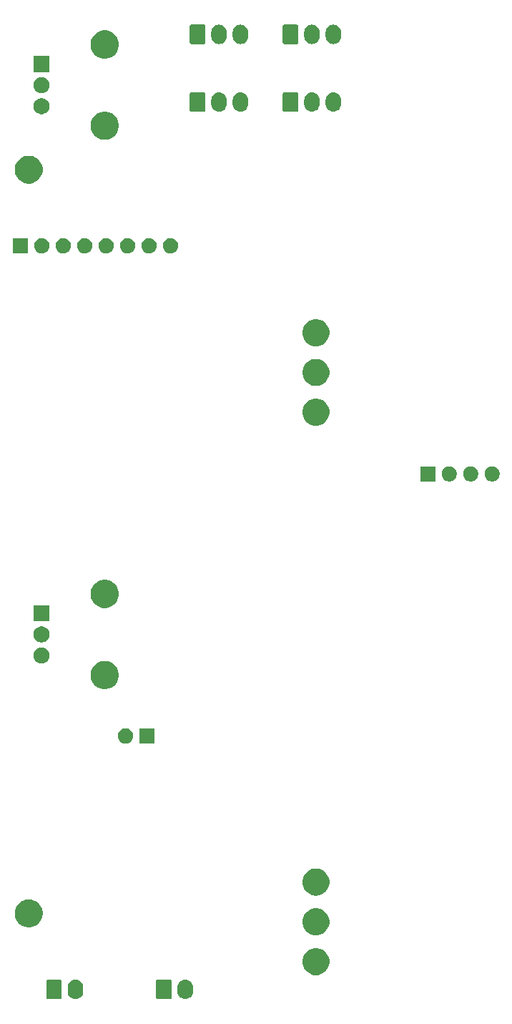
<source format=gbr>
G04 #@! TF.GenerationSoftware,KiCad,Pcbnew,5.1.5-52549c5~84~ubuntu18.04.1*
G04 #@! TF.CreationDate,2020-05-30T11:36:29-04:00*
G04 #@! TF.ProjectId,daughterboard,64617567-6874-4657-9262-6f6172642e6b,rev?*
G04 #@! TF.SameCoordinates,Original*
G04 #@! TF.FileFunction,Soldermask,Bot*
G04 #@! TF.FilePolarity,Negative*
%FSLAX46Y46*%
G04 Gerber Fmt 4.6, Leading zero omitted, Abs format (unit mm)*
G04 Created by KiCad (PCBNEW 5.1.5-52549c5~84~ubuntu18.04.1) date 2020-05-30 11:36:29*
%MOMM*%
%LPD*%
G04 APERTURE LIST*
%ADD10C,0.100000*%
G04 APERTURE END LIST*
D10*
G36*
X148720547Y-145862326D02*
G01*
X148894156Y-145914990D01*
X148894158Y-145914991D01*
X149054155Y-146000511D01*
X149194397Y-146115603D01*
X149273729Y-146212271D01*
X149309489Y-146255844D01*
X149395010Y-146415843D01*
X149447674Y-146589452D01*
X149461000Y-146724756D01*
X149461000Y-147275243D01*
X149447674Y-147410548D01*
X149395010Y-147584157D01*
X149309489Y-147744156D01*
X149273729Y-147787729D01*
X149194397Y-147884397D01*
X149097729Y-147963729D01*
X149054156Y-147999489D01*
X148894157Y-148085010D01*
X148720548Y-148137674D01*
X148540000Y-148155456D01*
X148359453Y-148137674D01*
X148185844Y-148085010D01*
X148025845Y-147999489D01*
X147982272Y-147963729D01*
X147885604Y-147884397D01*
X147770513Y-147744157D01*
X147770512Y-147744155D01*
X147684990Y-147584157D01*
X147632326Y-147410548D01*
X147619000Y-147275244D01*
X147619000Y-146724757D01*
X147632326Y-146589453D01*
X147684990Y-146415844D01*
X147770511Y-146255845D01*
X147770512Y-146255844D01*
X147885603Y-146115603D01*
X148011388Y-146012375D01*
X148025844Y-146000511D01*
X148185843Y-145914990D01*
X148359452Y-145862326D01*
X148540000Y-145844544D01*
X148720547Y-145862326D01*
G37*
G36*
X161720547Y-145862326D02*
G01*
X161894156Y-145914990D01*
X161894158Y-145914991D01*
X162054155Y-146000511D01*
X162194397Y-146115603D01*
X162273729Y-146212271D01*
X162309489Y-146255844D01*
X162395010Y-146415843D01*
X162447674Y-146589452D01*
X162461000Y-146724756D01*
X162461000Y-147275243D01*
X162447674Y-147410548D01*
X162395010Y-147584157D01*
X162309489Y-147744156D01*
X162273729Y-147787729D01*
X162194397Y-147884397D01*
X162097729Y-147963729D01*
X162054156Y-147999489D01*
X161894157Y-148085010D01*
X161720548Y-148137674D01*
X161540000Y-148155456D01*
X161359453Y-148137674D01*
X161185844Y-148085010D01*
X161025845Y-147999489D01*
X160982272Y-147963729D01*
X160885604Y-147884397D01*
X160770513Y-147744157D01*
X160770512Y-147744155D01*
X160684990Y-147584157D01*
X160632326Y-147410548D01*
X160619000Y-147275244D01*
X160619000Y-146724757D01*
X160632326Y-146589453D01*
X160684990Y-146415844D01*
X160770511Y-146255845D01*
X160770512Y-146255844D01*
X160885603Y-146115603D01*
X161011388Y-146012375D01*
X161025844Y-146000511D01*
X161185843Y-145914990D01*
X161359452Y-145862326D01*
X161540000Y-145844544D01*
X161720547Y-145862326D01*
G37*
G36*
X159779561Y-145852966D02*
G01*
X159812383Y-145862923D01*
X159842632Y-145879092D01*
X159869148Y-145900852D01*
X159890908Y-145927368D01*
X159907077Y-145957617D01*
X159917034Y-145990439D01*
X159921000Y-146030713D01*
X159921000Y-147969287D01*
X159917034Y-148009561D01*
X159907077Y-148042383D01*
X159890908Y-148072632D01*
X159869148Y-148099148D01*
X159842632Y-148120908D01*
X159812383Y-148137077D01*
X159779561Y-148147034D01*
X159739287Y-148151000D01*
X158260713Y-148151000D01*
X158220439Y-148147034D01*
X158187617Y-148137077D01*
X158157368Y-148120908D01*
X158130852Y-148099148D01*
X158109092Y-148072632D01*
X158092923Y-148042383D01*
X158082966Y-148009561D01*
X158079000Y-147969287D01*
X158079000Y-146030713D01*
X158082966Y-145990439D01*
X158092923Y-145957617D01*
X158109092Y-145927368D01*
X158130852Y-145900852D01*
X158157368Y-145879092D01*
X158187617Y-145862923D01*
X158220439Y-145852966D01*
X158260713Y-145849000D01*
X159739287Y-145849000D01*
X159779561Y-145852966D01*
G37*
G36*
X146779561Y-145852966D02*
G01*
X146812383Y-145862923D01*
X146842632Y-145879092D01*
X146869148Y-145900852D01*
X146890908Y-145927368D01*
X146907077Y-145957617D01*
X146917034Y-145990439D01*
X146921000Y-146030713D01*
X146921000Y-147969287D01*
X146917034Y-148009561D01*
X146907077Y-148042383D01*
X146890908Y-148072632D01*
X146869148Y-148099148D01*
X146842632Y-148120908D01*
X146812383Y-148137077D01*
X146779561Y-148147034D01*
X146739287Y-148151000D01*
X145260713Y-148151000D01*
X145220439Y-148147034D01*
X145187617Y-148137077D01*
X145157368Y-148120908D01*
X145130852Y-148099148D01*
X145109092Y-148072632D01*
X145092923Y-148042383D01*
X145082966Y-148009561D01*
X145079000Y-147969287D01*
X145079000Y-146030713D01*
X145082966Y-145990439D01*
X145092923Y-145957617D01*
X145109092Y-145927368D01*
X145130852Y-145900852D01*
X145157368Y-145879092D01*
X145187617Y-145862923D01*
X145220439Y-145852966D01*
X145260713Y-145849000D01*
X146739287Y-145849000D01*
X146779561Y-145852966D01*
G37*
G36*
X177196217Y-142106665D02*
G01*
X177466995Y-142160525D01*
X177758358Y-142281212D01*
X178020578Y-142456422D01*
X178243578Y-142679422D01*
X178418788Y-142941642D01*
X178539475Y-143233005D01*
X178601000Y-143542315D01*
X178601000Y-143857685D01*
X178539475Y-144166995D01*
X178418788Y-144458358D01*
X178243578Y-144720578D01*
X178020578Y-144943578D01*
X177758358Y-145118788D01*
X177466995Y-145239475D01*
X177196217Y-145293335D01*
X177157686Y-145301000D01*
X176842314Y-145301000D01*
X176803783Y-145293335D01*
X176533005Y-145239475D01*
X176241642Y-145118788D01*
X175979422Y-144943578D01*
X175756422Y-144720578D01*
X175581212Y-144458358D01*
X175460525Y-144166995D01*
X175399000Y-143857685D01*
X175399000Y-143542315D01*
X175460525Y-143233005D01*
X175581212Y-142941642D01*
X175756422Y-142679422D01*
X175979422Y-142456422D01*
X176241642Y-142281212D01*
X176533005Y-142160525D01*
X176803783Y-142106665D01*
X176842314Y-142099000D01*
X177157686Y-142099000D01*
X177196217Y-142106665D01*
G37*
G36*
X177196217Y-137406665D02*
G01*
X177466995Y-137460525D01*
X177758358Y-137581212D01*
X178020578Y-137756422D01*
X178243578Y-137979422D01*
X178418788Y-138241642D01*
X178539475Y-138533005D01*
X178601000Y-138842315D01*
X178601000Y-139157685D01*
X178539475Y-139466995D01*
X178418788Y-139758358D01*
X178243578Y-140020578D01*
X178020578Y-140243578D01*
X177758358Y-140418788D01*
X177466995Y-140539475D01*
X177196217Y-140593335D01*
X177157686Y-140601000D01*
X176842314Y-140601000D01*
X176803783Y-140593335D01*
X176533005Y-140539475D01*
X176241642Y-140418788D01*
X175979422Y-140243578D01*
X175756422Y-140020578D01*
X175581212Y-139758358D01*
X175460525Y-139466995D01*
X175399000Y-139157685D01*
X175399000Y-138842315D01*
X175460525Y-138533005D01*
X175581212Y-138241642D01*
X175756422Y-137979422D01*
X175979422Y-137756422D01*
X176241642Y-137581212D01*
X176533005Y-137460525D01*
X176803783Y-137406665D01*
X176842314Y-137399000D01*
X177157686Y-137399000D01*
X177196217Y-137406665D01*
G37*
G36*
X143375256Y-136391298D02*
G01*
X143481579Y-136412447D01*
X143782042Y-136536903D01*
X144052451Y-136717585D01*
X144282415Y-136947549D01*
X144463097Y-137217958D01*
X144563572Y-137460525D01*
X144587553Y-137518422D01*
X144651000Y-137837389D01*
X144651000Y-138162611D01*
X144635279Y-138241643D01*
X144587553Y-138481579D01*
X144463097Y-138782042D01*
X144282415Y-139052451D01*
X144052451Y-139282415D01*
X143782042Y-139463097D01*
X143782041Y-139463098D01*
X143782040Y-139463098D01*
X143694037Y-139499550D01*
X143481579Y-139587553D01*
X143375256Y-139608702D01*
X143162611Y-139651000D01*
X142837389Y-139651000D01*
X142624744Y-139608702D01*
X142518421Y-139587553D01*
X142305963Y-139499550D01*
X142217960Y-139463098D01*
X142217959Y-139463098D01*
X142217958Y-139463097D01*
X141947549Y-139282415D01*
X141717585Y-139052451D01*
X141536903Y-138782042D01*
X141412447Y-138481579D01*
X141364721Y-138241643D01*
X141349000Y-138162611D01*
X141349000Y-137837389D01*
X141412447Y-137518422D01*
X141436429Y-137460525D01*
X141536903Y-137217958D01*
X141717585Y-136947549D01*
X141947549Y-136717585D01*
X142217958Y-136536903D01*
X142518421Y-136412447D01*
X142624744Y-136391298D01*
X142837389Y-136349000D01*
X143162611Y-136349000D01*
X143375256Y-136391298D01*
G37*
G36*
X177196217Y-132706665D02*
G01*
X177466995Y-132760525D01*
X177758358Y-132881212D01*
X178020578Y-133056422D01*
X178243578Y-133279422D01*
X178418788Y-133541642D01*
X178539475Y-133833005D01*
X178601000Y-134142315D01*
X178601000Y-134457685D01*
X178539475Y-134766995D01*
X178418788Y-135058358D01*
X178243578Y-135320578D01*
X178020578Y-135543578D01*
X177758358Y-135718788D01*
X177466995Y-135839475D01*
X177196217Y-135893335D01*
X177157686Y-135901000D01*
X176842314Y-135901000D01*
X176803783Y-135893335D01*
X176533005Y-135839475D01*
X176241642Y-135718788D01*
X175979422Y-135543578D01*
X175756422Y-135320578D01*
X175581212Y-135058358D01*
X175460525Y-134766995D01*
X175399000Y-134457685D01*
X175399000Y-134142315D01*
X175460525Y-133833005D01*
X175581212Y-133541642D01*
X175756422Y-133279422D01*
X175979422Y-133056422D01*
X176241642Y-132881212D01*
X176533005Y-132760525D01*
X176803783Y-132706665D01*
X176842314Y-132699000D01*
X177157686Y-132699000D01*
X177196217Y-132706665D01*
G37*
G36*
X157901000Y-117901000D02*
G01*
X156099000Y-117901000D01*
X156099000Y-116099000D01*
X157901000Y-116099000D01*
X157901000Y-117901000D01*
G37*
G36*
X154573512Y-116103927D02*
G01*
X154722812Y-116133624D01*
X154886784Y-116201544D01*
X155034354Y-116300147D01*
X155159853Y-116425646D01*
X155258456Y-116573216D01*
X155326376Y-116737188D01*
X155361000Y-116911259D01*
X155361000Y-117088741D01*
X155326376Y-117262812D01*
X155258456Y-117426784D01*
X155159853Y-117574354D01*
X155034354Y-117699853D01*
X154886784Y-117798456D01*
X154722812Y-117866376D01*
X154573512Y-117896073D01*
X154548742Y-117901000D01*
X154371258Y-117901000D01*
X154346488Y-117896073D01*
X154197188Y-117866376D01*
X154033216Y-117798456D01*
X153885646Y-117699853D01*
X153760147Y-117574354D01*
X153661544Y-117426784D01*
X153593624Y-117262812D01*
X153559000Y-117088741D01*
X153559000Y-116911259D01*
X153593624Y-116737188D01*
X153661544Y-116573216D01*
X153760147Y-116425646D01*
X153885646Y-116300147D01*
X154033216Y-116201544D01*
X154197188Y-116133624D01*
X154346488Y-116103927D01*
X154371258Y-116099000D01*
X154548742Y-116099000D01*
X154573512Y-116103927D01*
G37*
G36*
X152487412Y-108193215D02*
G01*
X152791514Y-108319178D01*
X153065199Y-108502049D01*
X153297951Y-108734801D01*
X153480822Y-109008486D01*
X153606785Y-109312588D01*
X153671000Y-109635420D01*
X153671000Y-109964580D01*
X153606785Y-110287412D01*
X153480822Y-110591514D01*
X153297951Y-110865199D01*
X153065199Y-111097951D01*
X152791514Y-111280822D01*
X152487412Y-111406785D01*
X152164580Y-111471000D01*
X151835420Y-111471000D01*
X151512588Y-111406785D01*
X151208486Y-111280822D01*
X150934801Y-111097951D01*
X150702049Y-110865199D01*
X150519178Y-110591514D01*
X150393215Y-110287412D01*
X150329000Y-109964580D01*
X150329000Y-109635420D01*
X150393215Y-109312588D01*
X150519178Y-109008486D01*
X150702049Y-108734801D01*
X150934801Y-108502049D01*
X151208486Y-108319178D01*
X151512588Y-108193215D01*
X151835420Y-108129000D01*
X152164580Y-108129000D01*
X152487412Y-108193215D01*
G37*
G36*
X144777395Y-106585546D02*
G01*
X144950466Y-106657234D01*
X144950467Y-106657235D01*
X145106227Y-106761310D01*
X145238690Y-106893773D01*
X145238691Y-106893775D01*
X145342766Y-107049534D01*
X145414454Y-107222605D01*
X145451000Y-107406333D01*
X145451000Y-107593667D01*
X145414454Y-107777395D01*
X145342766Y-107950466D01*
X145342765Y-107950467D01*
X145238690Y-108106227D01*
X145106227Y-108238690D01*
X145027818Y-108291081D01*
X144950466Y-108342766D01*
X144777395Y-108414454D01*
X144593667Y-108451000D01*
X144406333Y-108451000D01*
X144222605Y-108414454D01*
X144049534Y-108342766D01*
X143972182Y-108291081D01*
X143893773Y-108238690D01*
X143761310Y-108106227D01*
X143657235Y-107950467D01*
X143657234Y-107950466D01*
X143585546Y-107777395D01*
X143549000Y-107593667D01*
X143549000Y-107406333D01*
X143585546Y-107222605D01*
X143657234Y-107049534D01*
X143761309Y-106893775D01*
X143761310Y-106893773D01*
X143893773Y-106761310D01*
X144049533Y-106657235D01*
X144049534Y-106657234D01*
X144222605Y-106585546D01*
X144406333Y-106549000D01*
X144593667Y-106549000D01*
X144777395Y-106585546D01*
G37*
G36*
X144777395Y-104085546D02*
G01*
X144950466Y-104157234D01*
X144950467Y-104157235D01*
X145106227Y-104261310D01*
X145238690Y-104393773D01*
X145238691Y-104393775D01*
X145342766Y-104549534D01*
X145414454Y-104722605D01*
X145451000Y-104906333D01*
X145451000Y-105093667D01*
X145414454Y-105277395D01*
X145342766Y-105450466D01*
X145342765Y-105450467D01*
X145238690Y-105606227D01*
X145106227Y-105738690D01*
X145027818Y-105791081D01*
X144950466Y-105842766D01*
X144777395Y-105914454D01*
X144593667Y-105951000D01*
X144406333Y-105951000D01*
X144222605Y-105914454D01*
X144049534Y-105842766D01*
X143972182Y-105791081D01*
X143893773Y-105738690D01*
X143761310Y-105606227D01*
X143657235Y-105450467D01*
X143657234Y-105450466D01*
X143585546Y-105277395D01*
X143549000Y-105093667D01*
X143549000Y-104906333D01*
X143585546Y-104722605D01*
X143657234Y-104549534D01*
X143761309Y-104393775D01*
X143761310Y-104393773D01*
X143893773Y-104261310D01*
X144049533Y-104157235D01*
X144049534Y-104157234D01*
X144222605Y-104085546D01*
X144406333Y-104049000D01*
X144593667Y-104049000D01*
X144777395Y-104085546D01*
G37*
G36*
X145451000Y-103451000D02*
G01*
X143549000Y-103451000D01*
X143549000Y-101549000D01*
X145451000Y-101549000D01*
X145451000Y-103451000D01*
G37*
G36*
X152487412Y-98593215D02*
G01*
X152791514Y-98719178D01*
X153065199Y-98902049D01*
X153297951Y-99134801D01*
X153480822Y-99408486D01*
X153606785Y-99712588D01*
X153671000Y-100035420D01*
X153671000Y-100364580D01*
X153606785Y-100687412D01*
X153480822Y-100991514D01*
X153297951Y-101265199D01*
X153065199Y-101497951D01*
X152791514Y-101680822D01*
X152487412Y-101806785D01*
X152164580Y-101871000D01*
X151835420Y-101871000D01*
X151512588Y-101806785D01*
X151208486Y-101680822D01*
X150934801Y-101497951D01*
X150702049Y-101265199D01*
X150519178Y-100991514D01*
X150393215Y-100687412D01*
X150329000Y-100364580D01*
X150329000Y-100035420D01*
X150393215Y-99712588D01*
X150519178Y-99408486D01*
X150702049Y-99134801D01*
X150934801Y-98902049D01*
X151208486Y-98719178D01*
X151512588Y-98593215D01*
X151835420Y-98529000D01*
X152164580Y-98529000D01*
X152487412Y-98593215D01*
G37*
G36*
X191151000Y-86901000D02*
G01*
X189349000Y-86901000D01*
X189349000Y-85099000D01*
X191151000Y-85099000D01*
X191151000Y-86901000D01*
G37*
G36*
X197983512Y-85103927D02*
G01*
X198132812Y-85133624D01*
X198296784Y-85201544D01*
X198444354Y-85300147D01*
X198569853Y-85425646D01*
X198668456Y-85573216D01*
X198736376Y-85737188D01*
X198771000Y-85911259D01*
X198771000Y-86088741D01*
X198736376Y-86262812D01*
X198668456Y-86426784D01*
X198569853Y-86574354D01*
X198444354Y-86699853D01*
X198296784Y-86798456D01*
X198132812Y-86866376D01*
X197983512Y-86896073D01*
X197958742Y-86901000D01*
X197781258Y-86901000D01*
X197756488Y-86896073D01*
X197607188Y-86866376D01*
X197443216Y-86798456D01*
X197295646Y-86699853D01*
X197170147Y-86574354D01*
X197071544Y-86426784D01*
X197003624Y-86262812D01*
X196969000Y-86088741D01*
X196969000Y-85911259D01*
X197003624Y-85737188D01*
X197071544Y-85573216D01*
X197170147Y-85425646D01*
X197295646Y-85300147D01*
X197443216Y-85201544D01*
X197607188Y-85133624D01*
X197756488Y-85103927D01*
X197781258Y-85099000D01*
X197958742Y-85099000D01*
X197983512Y-85103927D01*
G37*
G36*
X195443512Y-85103927D02*
G01*
X195592812Y-85133624D01*
X195756784Y-85201544D01*
X195904354Y-85300147D01*
X196029853Y-85425646D01*
X196128456Y-85573216D01*
X196196376Y-85737188D01*
X196231000Y-85911259D01*
X196231000Y-86088741D01*
X196196376Y-86262812D01*
X196128456Y-86426784D01*
X196029853Y-86574354D01*
X195904354Y-86699853D01*
X195756784Y-86798456D01*
X195592812Y-86866376D01*
X195443512Y-86896073D01*
X195418742Y-86901000D01*
X195241258Y-86901000D01*
X195216488Y-86896073D01*
X195067188Y-86866376D01*
X194903216Y-86798456D01*
X194755646Y-86699853D01*
X194630147Y-86574354D01*
X194531544Y-86426784D01*
X194463624Y-86262812D01*
X194429000Y-86088741D01*
X194429000Y-85911259D01*
X194463624Y-85737188D01*
X194531544Y-85573216D01*
X194630147Y-85425646D01*
X194755646Y-85300147D01*
X194903216Y-85201544D01*
X195067188Y-85133624D01*
X195216488Y-85103927D01*
X195241258Y-85099000D01*
X195418742Y-85099000D01*
X195443512Y-85103927D01*
G37*
G36*
X192903512Y-85103927D02*
G01*
X193052812Y-85133624D01*
X193216784Y-85201544D01*
X193364354Y-85300147D01*
X193489853Y-85425646D01*
X193588456Y-85573216D01*
X193656376Y-85737188D01*
X193691000Y-85911259D01*
X193691000Y-86088741D01*
X193656376Y-86262812D01*
X193588456Y-86426784D01*
X193489853Y-86574354D01*
X193364354Y-86699853D01*
X193216784Y-86798456D01*
X193052812Y-86866376D01*
X192903512Y-86896073D01*
X192878742Y-86901000D01*
X192701258Y-86901000D01*
X192676488Y-86896073D01*
X192527188Y-86866376D01*
X192363216Y-86798456D01*
X192215646Y-86699853D01*
X192090147Y-86574354D01*
X191991544Y-86426784D01*
X191923624Y-86262812D01*
X191889000Y-86088741D01*
X191889000Y-85911259D01*
X191923624Y-85737188D01*
X191991544Y-85573216D01*
X192090147Y-85425646D01*
X192215646Y-85300147D01*
X192363216Y-85201544D01*
X192527188Y-85133624D01*
X192676488Y-85103927D01*
X192701258Y-85099000D01*
X192878742Y-85099000D01*
X192903512Y-85103927D01*
G37*
G36*
X177196217Y-77106665D02*
G01*
X177466995Y-77160525D01*
X177758358Y-77281212D01*
X178020578Y-77456422D01*
X178243578Y-77679422D01*
X178418788Y-77941642D01*
X178539475Y-78233005D01*
X178601000Y-78542315D01*
X178601000Y-78857685D01*
X178539475Y-79166995D01*
X178418788Y-79458358D01*
X178243578Y-79720578D01*
X178020578Y-79943578D01*
X177758358Y-80118788D01*
X177466995Y-80239475D01*
X177196217Y-80293335D01*
X177157686Y-80301000D01*
X176842314Y-80301000D01*
X176803783Y-80293335D01*
X176533005Y-80239475D01*
X176241642Y-80118788D01*
X175979422Y-79943578D01*
X175756422Y-79720578D01*
X175581212Y-79458358D01*
X175460525Y-79166995D01*
X175399000Y-78857685D01*
X175399000Y-78542315D01*
X175460525Y-78233005D01*
X175581212Y-77941642D01*
X175756422Y-77679422D01*
X175979422Y-77456422D01*
X176241642Y-77281212D01*
X176533005Y-77160525D01*
X176803783Y-77106665D01*
X176842314Y-77099000D01*
X177157686Y-77099000D01*
X177196217Y-77106665D01*
G37*
G36*
X177196217Y-72406665D02*
G01*
X177466995Y-72460525D01*
X177758358Y-72581212D01*
X178020578Y-72756422D01*
X178243578Y-72979422D01*
X178418788Y-73241642D01*
X178539475Y-73533005D01*
X178601000Y-73842315D01*
X178601000Y-74157685D01*
X178539475Y-74466995D01*
X178418788Y-74758358D01*
X178243578Y-75020578D01*
X178020578Y-75243578D01*
X177758358Y-75418788D01*
X177466995Y-75539475D01*
X177196217Y-75593335D01*
X177157686Y-75601000D01*
X176842314Y-75601000D01*
X176803783Y-75593335D01*
X176533005Y-75539475D01*
X176241642Y-75418788D01*
X175979422Y-75243578D01*
X175756422Y-75020578D01*
X175581212Y-74758358D01*
X175460525Y-74466995D01*
X175399000Y-74157685D01*
X175399000Y-73842315D01*
X175460525Y-73533005D01*
X175581212Y-73241642D01*
X175756422Y-72979422D01*
X175979422Y-72756422D01*
X176241642Y-72581212D01*
X176533005Y-72460525D01*
X176803783Y-72406665D01*
X176842314Y-72399000D01*
X177157686Y-72399000D01*
X177196217Y-72406665D01*
G37*
G36*
X177196217Y-67706665D02*
G01*
X177466995Y-67760525D01*
X177758358Y-67881212D01*
X178020578Y-68056422D01*
X178243578Y-68279422D01*
X178418788Y-68541642D01*
X178539475Y-68833005D01*
X178601000Y-69142315D01*
X178601000Y-69457685D01*
X178539475Y-69766995D01*
X178418788Y-70058358D01*
X178243578Y-70320578D01*
X178020578Y-70543578D01*
X177758358Y-70718788D01*
X177466995Y-70839475D01*
X177196217Y-70893335D01*
X177157686Y-70901000D01*
X176842314Y-70901000D01*
X176803783Y-70893335D01*
X176533005Y-70839475D01*
X176241642Y-70718788D01*
X175979422Y-70543578D01*
X175756422Y-70320578D01*
X175581212Y-70058358D01*
X175460525Y-69766995D01*
X175399000Y-69457685D01*
X175399000Y-69142315D01*
X175460525Y-68833005D01*
X175581212Y-68541642D01*
X175756422Y-68279422D01*
X175979422Y-68056422D01*
X176241642Y-67881212D01*
X176533005Y-67760525D01*
X176803783Y-67706665D01*
X176842314Y-67699000D01*
X177157686Y-67699000D01*
X177196217Y-67706665D01*
G37*
G36*
X149733512Y-58103927D02*
G01*
X149882812Y-58133624D01*
X150046784Y-58201544D01*
X150194354Y-58300147D01*
X150319853Y-58425646D01*
X150418456Y-58573216D01*
X150486376Y-58737188D01*
X150521000Y-58911259D01*
X150521000Y-59088741D01*
X150486376Y-59262812D01*
X150418456Y-59426784D01*
X150319853Y-59574354D01*
X150194354Y-59699853D01*
X150046784Y-59798456D01*
X149882812Y-59866376D01*
X149733512Y-59896073D01*
X149708742Y-59901000D01*
X149531258Y-59901000D01*
X149506488Y-59896073D01*
X149357188Y-59866376D01*
X149193216Y-59798456D01*
X149045646Y-59699853D01*
X148920147Y-59574354D01*
X148821544Y-59426784D01*
X148753624Y-59262812D01*
X148719000Y-59088741D01*
X148719000Y-58911259D01*
X148753624Y-58737188D01*
X148821544Y-58573216D01*
X148920147Y-58425646D01*
X149045646Y-58300147D01*
X149193216Y-58201544D01*
X149357188Y-58133624D01*
X149506488Y-58103927D01*
X149531258Y-58099000D01*
X149708742Y-58099000D01*
X149733512Y-58103927D01*
G37*
G36*
X152273512Y-58103927D02*
G01*
X152422812Y-58133624D01*
X152586784Y-58201544D01*
X152734354Y-58300147D01*
X152859853Y-58425646D01*
X152958456Y-58573216D01*
X153026376Y-58737188D01*
X153061000Y-58911259D01*
X153061000Y-59088741D01*
X153026376Y-59262812D01*
X152958456Y-59426784D01*
X152859853Y-59574354D01*
X152734354Y-59699853D01*
X152586784Y-59798456D01*
X152422812Y-59866376D01*
X152273512Y-59896073D01*
X152248742Y-59901000D01*
X152071258Y-59901000D01*
X152046488Y-59896073D01*
X151897188Y-59866376D01*
X151733216Y-59798456D01*
X151585646Y-59699853D01*
X151460147Y-59574354D01*
X151361544Y-59426784D01*
X151293624Y-59262812D01*
X151259000Y-59088741D01*
X151259000Y-58911259D01*
X151293624Y-58737188D01*
X151361544Y-58573216D01*
X151460147Y-58425646D01*
X151585646Y-58300147D01*
X151733216Y-58201544D01*
X151897188Y-58133624D01*
X152046488Y-58103927D01*
X152071258Y-58099000D01*
X152248742Y-58099000D01*
X152273512Y-58103927D01*
G37*
G36*
X147193512Y-58103927D02*
G01*
X147342812Y-58133624D01*
X147506784Y-58201544D01*
X147654354Y-58300147D01*
X147779853Y-58425646D01*
X147878456Y-58573216D01*
X147946376Y-58737188D01*
X147981000Y-58911259D01*
X147981000Y-59088741D01*
X147946376Y-59262812D01*
X147878456Y-59426784D01*
X147779853Y-59574354D01*
X147654354Y-59699853D01*
X147506784Y-59798456D01*
X147342812Y-59866376D01*
X147193512Y-59896073D01*
X147168742Y-59901000D01*
X146991258Y-59901000D01*
X146966488Y-59896073D01*
X146817188Y-59866376D01*
X146653216Y-59798456D01*
X146505646Y-59699853D01*
X146380147Y-59574354D01*
X146281544Y-59426784D01*
X146213624Y-59262812D01*
X146179000Y-59088741D01*
X146179000Y-58911259D01*
X146213624Y-58737188D01*
X146281544Y-58573216D01*
X146380147Y-58425646D01*
X146505646Y-58300147D01*
X146653216Y-58201544D01*
X146817188Y-58133624D01*
X146966488Y-58103927D01*
X146991258Y-58099000D01*
X147168742Y-58099000D01*
X147193512Y-58103927D01*
G37*
G36*
X154813512Y-58103927D02*
G01*
X154962812Y-58133624D01*
X155126784Y-58201544D01*
X155274354Y-58300147D01*
X155399853Y-58425646D01*
X155498456Y-58573216D01*
X155566376Y-58737188D01*
X155601000Y-58911259D01*
X155601000Y-59088741D01*
X155566376Y-59262812D01*
X155498456Y-59426784D01*
X155399853Y-59574354D01*
X155274354Y-59699853D01*
X155126784Y-59798456D01*
X154962812Y-59866376D01*
X154813512Y-59896073D01*
X154788742Y-59901000D01*
X154611258Y-59901000D01*
X154586488Y-59896073D01*
X154437188Y-59866376D01*
X154273216Y-59798456D01*
X154125646Y-59699853D01*
X154000147Y-59574354D01*
X153901544Y-59426784D01*
X153833624Y-59262812D01*
X153799000Y-59088741D01*
X153799000Y-58911259D01*
X153833624Y-58737188D01*
X153901544Y-58573216D01*
X154000147Y-58425646D01*
X154125646Y-58300147D01*
X154273216Y-58201544D01*
X154437188Y-58133624D01*
X154586488Y-58103927D01*
X154611258Y-58099000D01*
X154788742Y-58099000D01*
X154813512Y-58103927D01*
G37*
G36*
X159893512Y-58103927D02*
G01*
X160042812Y-58133624D01*
X160206784Y-58201544D01*
X160354354Y-58300147D01*
X160479853Y-58425646D01*
X160578456Y-58573216D01*
X160646376Y-58737188D01*
X160681000Y-58911259D01*
X160681000Y-59088741D01*
X160646376Y-59262812D01*
X160578456Y-59426784D01*
X160479853Y-59574354D01*
X160354354Y-59699853D01*
X160206784Y-59798456D01*
X160042812Y-59866376D01*
X159893512Y-59896073D01*
X159868742Y-59901000D01*
X159691258Y-59901000D01*
X159666488Y-59896073D01*
X159517188Y-59866376D01*
X159353216Y-59798456D01*
X159205646Y-59699853D01*
X159080147Y-59574354D01*
X158981544Y-59426784D01*
X158913624Y-59262812D01*
X158879000Y-59088741D01*
X158879000Y-58911259D01*
X158913624Y-58737188D01*
X158981544Y-58573216D01*
X159080147Y-58425646D01*
X159205646Y-58300147D01*
X159353216Y-58201544D01*
X159517188Y-58133624D01*
X159666488Y-58103927D01*
X159691258Y-58099000D01*
X159868742Y-58099000D01*
X159893512Y-58103927D01*
G37*
G36*
X142901000Y-59901000D02*
G01*
X141099000Y-59901000D01*
X141099000Y-58099000D01*
X142901000Y-58099000D01*
X142901000Y-59901000D01*
G37*
G36*
X144653512Y-58103927D02*
G01*
X144802812Y-58133624D01*
X144966784Y-58201544D01*
X145114354Y-58300147D01*
X145239853Y-58425646D01*
X145338456Y-58573216D01*
X145406376Y-58737188D01*
X145441000Y-58911259D01*
X145441000Y-59088741D01*
X145406376Y-59262812D01*
X145338456Y-59426784D01*
X145239853Y-59574354D01*
X145114354Y-59699853D01*
X144966784Y-59798456D01*
X144802812Y-59866376D01*
X144653512Y-59896073D01*
X144628742Y-59901000D01*
X144451258Y-59901000D01*
X144426488Y-59896073D01*
X144277188Y-59866376D01*
X144113216Y-59798456D01*
X143965646Y-59699853D01*
X143840147Y-59574354D01*
X143741544Y-59426784D01*
X143673624Y-59262812D01*
X143639000Y-59088741D01*
X143639000Y-58911259D01*
X143673624Y-58737188D01*
X143741544Y-58573216D01*
X143840147Y-58425646D01*
X143965646Y-58300147D01*
X144113216Y-58201544D01*
X144277188Y-58133624D01*
X144426488Y-58103927D01*
X144451258Y-58099000D01*
X144628742Y-58099000D01*
X144653512Y-58103927D01*
G37*
G36*
X157353512Y-58103927D02*
G01*
X157502812Y-58133624D01*
X157666784Y-58201544D01*
X157814354Y-58300147D01*
X157939853Y-58425646D01*
X158038456Y-58573216D01*
X158106376Y-58737188D01*
X158141000Y-58911259D01*
X158141000Y-59088741D01*
X158106376Y-59262812D01*
X158038456Y-59426784D01*
X157939853Y-59574354D01*
X157814354Y-59699853D01*
X157666784Y-59798456D01*
X157502812Y-59866376D01*
X157353512Y-59896073D01*
X157328742Y-59901000D01*
X157151258Y-59901000D01*
X157126488Y-59896073D01*
X156977188Y-59866376D01*
X156813216Y-59798456D01*
X156665646Y-59699853D01*
X156540147Y-59574354D01*
X156441544Y-59426784D01*
X156373624Y-59262812D01*
X156339000Y-59088741D01*
X156339000Y-58911259D01*
X156373624Y-58737188D01*
X156441544Y-58573216D01*
X156540147Y-58425646D01*
X156665646Y-58300147D01*
X156813216Y-58201544D01*
X156977188Y-58133624D01*
X157126488Y-58103927D01*
X157151258Y-58099000D01*
X157328742Y-58099000D01*
X157353512Y-58103927D01*
G37*
G36*
X143375256Y-48391298D02*
G01*
X143481579Y-48412447D01*
X143782042Y-48536903D01*
X144052451Y-48717585D01*
X144282415Y-48947549D01*
X144463097Y-49217958D01*
X144587553Y-49518421D01*
X144651000Y-49837391D01*
X144651000Y-50162609D01*
X144587553Y-50481579D01*
X144463097Y-50782042D01*
X144282415Y-51052451D01*
X144052451Y-51282415D01*
X143782042Y-51463097D01*
X143481579Y-51587553D01*
X143375256Y-51608702D01*
X143162611Y-51651000D01*
X142837389Y-51651000D01*
X142624744Y-51608702D01*
X142518421Y-51587553D01*
X142217958Y-51463097D01*
X141947549Y-51282415D01*
X141717585Y-51052451D01*
X141536903Y-50782042D01*
X141412447Y-50481579D01*
X141349000Y-50162609D01*
X141349000Y-49837391D01*
X141412447Y-49518421D01*
X141536903Y-49217958D01*
X141717585Y-48947549D01*
X141947549Y-48717585D01*
X142217958Y-48536903D01*
X142518421Y-48412447D01*
X142624744Y-48391298D01*
X142837389Y-48349000D01*
X143162611Y-48349000D01*
X143375256Y-48391298D01*
G37*
G36*
X152487412Y-43193215D02*
G01*
X152791514Y-43319178D01*
X153065199Y-43502049D01*
X153297951Y-43734801D01*
X153480822Y-44008486D01*
X153606785Y-44312588D01*
X153671000Y-44635420D01*
X153671000Y-44964580D01*
X153606785Y-45287412D01*
X153480822Y-45591514D01*
X153297951Y-45865199D01*
X153065199Y-46097951D01*
X152791514Y-46280822D01*
X152487412Y-46406785D01*
X152164580Y-46471000D01*
X151835420Y-46471000D01*
X151512588Y-46406785D01*
X151208486Y-46280822D01*
X150934801Y-46097951D01*
X150702049Y-45865199D01*
X150519178Y-45591514D01*
X150393215Y-45287412D01*
X150329000Y-44964580D01*
X150329000Y-44635420D01*
X150393215Y-44312588D01*
X150519178Y-44008486D01*
X150702049Y-43734801D01*
X150934801Y-43502049D01*
X151208486Y-43319178D01*
X151512588Y-43193215D01*
X151835420Y-43129000D01*
X152164580Y-43129000D01*
X152487412Y-43193215D01*
G37*
G36*
X144777395Y-41585546D02*
G01*
X144950466Y-41657234D01*
X144950467Y-41657235D01*
X145106227Y-41761310D01*
X145238690Y-41893773D01*
X145238691Y-41893775D01*
X145342766Y-42049534D01*
X145414454Y-42222605D01*
X145451000Y-42406333D01*
X145451000Y-42593667D01*
X145414454Y-42777395D01*
X145342766Y-42950466D01*
X145342765Y-42950467D01*
X145238690Y-43106227D01*
X145106227Y-43238690D01*
X145027818Y-43291081D01*
X144950466Y-43342766D01*
X144777395Y-43414454D01*
X144593667Y-43451000D01*
X144406333Y-43451000D01*
X144222605Y-43414454D01*
X144049534Y-43342766D01*
X143972182Y-43291081D01*
X143893773Y-43238690D01*
X143761310Y-43106227D01*
X143657235Y-42950467D01*
X143657234Y-42950466D01*
X143585546Y-42777395D01*
X143549000Y-42593667D01*
X143549000Y-42406333D01*
X143585546Y-42222605D01*
X143657234Y-42049534D01*
X143761309Y-41893775D01*
X143761310Y-41893773D01*
X143893773Y-41761310D01*
X144049533Y-41657235D01*
X144049534Y-41657234D01*
X144222605Y-41585546D01*
X144406333Y-41549000D01*
X144593667Y-41549000D01*
X144777395Y-41585546D01*
G37*
G36*
X165720547Y-40862326D02*
G01*
X165894156Y-40914990D01*
X165894158Y-40914991D01*
X166054155Y-41000511D01*
X166194397Y-41115603D01*
X166273729Y-41212271D01*
X166309489Y-41255844D01*
X166395010Y-41415843D01*
X166447674Y-41589452D01*
X166461000Y-41724756D01*
X166461000Y-42275243D01*
X166447674Y-42410548D01*
X166395010Y-42584157D01*
X166309489Y-42744156D01*
X166282210Y-42777395D01*
X166194397Y-42884397D01*
X166113889Y-42950467D01*
X166054156Y-42999489D01*
X165894157Y-43085010D01*
X165720548Y-43137674D01*
X165540000Y-43155456D01*
X165359453Y-43137674D01*
X165185844Y-43085010D01*
X165025845Y-42999489D01*
X164966112Y-42950467D01*
X164885604Y-42884397D01*
X164770513Y-42744157D01*
X164770512Y-42744155D01*
X164684990Y-42584157D01*
X164632326Y-42410548D01*
X164619000Y-42275244D01*
X164619000Y-41724757D01*
X164632326Y-41589453D01*
X164684990Y-41415844D01*
X164770511Y-41255845D01*
X164770512Y-41255844D01*
X164885603Y-41115603D01*
X165011388Y-41012375D01*
X165025844Y-41000511D01*
X165185843Y-40914990D01*
X165359452Y-40862326D01*
X165540000Y-40844544D01*
X165720547Y-40862326D01*
G37*
G36*
X168260547Y-40862326D02*
G01*
X168434156Y-40914990D01*
X168434158Y-40914991D01*
X168594155Y-41000511D01*
X168734397Y-41115603D01*
X168813729Y-41212271D01*
X168849489Y-41255844D01*
X168935010Y-41415843D01*
X168987674Y-41589452D01*
X169001000Y-41724756D01*
X169001000Y-42275243D01*
X168987674Y-42410548D01*
X168935010Y-42584157D01*
X168849489Y-42744156D01*
X168822210Y-42777395D01*
X168734397Y-42884397D01*
X168653889Y-42950467D01*
X168594156Y-42999489D01*
X168434157Y-43085010D01*
X168260548Y-43137674D01*
X168080000Y-43155456D01*
X167899453Y-43137674D01*
X167725844Y-43085010D01*
X167565845Y-42999489D01*
X167506112Y-42950467D01*
X167425604Y-42884397D01*
X167310513Y-42744157D01*
X167310512Y-42744155D01*
X167224990Y-42584157D01*
X167172326Y-42410548D01*
X167159000Y-42275244D01*
X167159000Y-41724757D01*
X167172326Y-41589453D01*
X167224990Y-41415844D01*
X167310511Y-41255845D01*
X167310512Y-41255844D01*
X167425603Y-41115603D01*
X167551388Y-41012375D01*
X167565844Y-41000511D01*
X167725843Y-40914990D01*
X167899452Y-40862326D01*
X168080000Y-40844544D01*
X168260547Y-40862326D01*
G37*
G36*
X176720547Y-40862326D02*
G01*
X176894156Y-40914990D01*
X176894158Y-40914991D01*
X177054155Y-41000511D01*
X177194397Y-41115603D01*
X177273729Y-41212271D01*
X177309489Y-41255844D01*
X177395010Y-41415843D01*
X177447674Y-41589452D01*
X177461000Y-41724756D01*
X177461000Y-42275243D01*
X177447674Y-42410548D01*
X177395010Y-42584157D01*
X177309489Y-42744156D01*
X177282210Y-42777395D01*
X177194397Y-42884397D01*
X177113889Y-42950467D01*
X177054156Y-42999489D01*
X176894157Y-43085010D01*
X176720548Y-43137674D01*
X176540000Y-43155456D01*
X176359453Y-43137674D01*
X176185844Y-43085010D01*
X176025845Y-42999489D01*
X175966112Y-42950467D01*
X175885604Y-42884397D01*
X175770513Y-42744157D01*
X175770512Y-42744155D01*
X175684990Y-42584157D01*
X175632326Y-42410548D01*
X175619000Y-42275244D01*
X175619000Y-41724757D01*
X175632326Y-41589453D01*
X175684990Y-41415844D01*
X175770511Y-41255845D01*
X175770512Y-41255844D01*
X175885603Y-41115603D01*
X176011388Y-41012375D01*
X176025844Y-41000511D01*
X176185843Y-40914990D01*
X176359452Y-40862326D01*
X176540000Y-40844544D01*
X176720547Y-40862326D01*
G37*
G36*
X179260547Y-40862326D02*
G01*
X179434156Y-40914990D01*
X179434158Y-40914991D01*
X179594155Y-41000511D01*
X179734397Y-41115603D01*
X179813729Y-41212271D01*
X179849489Y-41255844D01*
X179935010Y-41415843D01*
X179987674Y-41589452D01*
X180001000Y-41724756D01*
X180001000Y-42275243D01*
X179987674Y-42410548D01*
X179935010Y-42584157D01*
X179849489Y-42744156D01*
X179822210Y-42777395D01*
X179734397Y-42884397D01*
X179653889Y-42950467D01*
X179594156Y-42999489D01*
X179434157Y-43085010D01*
X179260548Y-43137674D01*
X179080000Y-43155456D01*
X178899453Y-43137674D01*
X178725844Y-43085010D01*
X178565845Y-42999489D01*
X178506112Y-42950467D01*
X178425604Y-42884397D01*
X178310513Y-42744157D01*
X178310512Y-42744155D01*
X178224990Y-42584157D01*
X178172326Y-42410548D01*
X178159000Y-42275244D01*
X178159000Y-41724757D01*
X178172326Y-41589453D01*
X178224990Y-41415844D01*
X178310511Y-41255845D01*
X178310512Y-41255844D01*
X178425603Y-41115603D01*
X178551388Y-41012375D01*
X178565844Y-41000511D01*
X178725843Y-40914990D01*
X178899452Y-40862326D01*
X179080000Y-40844544D01*
X179260547Y-40862326D01*
G37*
G36*
X174779561Y-40852966D02*
G01*
X174812383Y-40862923D01*
X174842632Y-40879092D01*
X174869148Y-40900852D01*
X174890908Y-40927368D01*
X174907077Y-40957617D01*
X174917034Y-40990439D01*
X174921000Y-41030713D01*
X174921000Y-42969287D01*
X174917034Y-43009561D01*
X174907077Y-43042383D01*
X174890908Y-43072632D01*
X174869148Y-43099148D01*
X174842632Y-43120908D01*
X174812383Y-43137077D01*
X174779561Y-43147034D01*
X174739287Y-43151000D01*
X173260713Y-43151000D01*
X173220439Y-43147034D01*
X173187617Y-43137077D01*
X173157368Y-43120908D01*
X173130852Y-43099148D01*
X173109092Y-43072632D01*
X173092923Y-43042383D01*
X173082966Y-43009561D01*
X173079000Y-42969287D01*
X173079000Y-41030713D01*
X173082966Y-40990439D01*
X173092923Y-40957617D01*
X173109092Y-40927368D01*
X173130852Y-40900852D01*
X173157368Y-40879092D01*
X173187617Y-40862923D01*
X173220439Y-40852966D01*
X173260713Y-40849000D01*
X174739287Y-40849000D01*
X174779561Y-40852966D01*
G37*
G36*
X163779561Y-40852966D02*
G01*
X163812383Y-40862923D01*
X163842632Y-40879092D01*
X163869148Y-40900852D01*
X163890908Y-40927368D01*
X163907077Y-40957617D01*
X163917034Y-40990439D01*
X163921000Y-41030713D01*
X163921000Y-42969287D01*
X163917034Y-43009561D01*
X163907077Y-43042383D01*
X163890908Y-43072632D01*
X163869148Y-43099148D01*
X163842632Y-43120908D01*
X163812383Y-43137077D01*
X163779561Y-43147034D01*
X163739287Y-43151000D01*
X162260713Y-43151000D01*
X162220439Y-43147034D01*
X162187617Y-43137077D01*
X162157368Y-43120908D01*
X162130852Y-43099148D01*
X162109092Y-43072632D01*
X162092923Y-43042383D01*
X162082966Y-43009561D01*
X162079000Y-42969287D01*
X162079000Y-41030713D01*
X162082966Y-40990439D01*
X162092923Y-40957617D01*
X162109092Y-40927368D01*
X162130852Y-40900852D01*
X162157368Y-40879092D01*
X162187617Y-40862923D01*
X162220439Y-40852966D01*
X162260713Y-40849000D01*
X163739287Y-40849000D01*
X163779561Y-40852966D01*
G37*
G36*
X144777395Y-39085546D02*
G01*
X144950466Y-39157234D01*
X144950467Y-39157235D01*
X145106227Y-39261310D01*
X145238690Y-39393773D01*
X145238691Y-39393775D01*
X145342766Y-39549534D01*
X145414454Y-39722605D01*
X145451000Y-39906333D01*
X145451000Y-40093667D01*
X145414454Y-40277395D01*
X145342766Y-40450466D01*
X145342765Y-40450467D01*
X145238690Y-40606227D01*
X145106227Y-40738690D01*
X145027818Y-40791081D01*
X144950466Y-40842766D01*
X144777395Y-40914454D01*
X144593667Y-40951000D01*
X144406333Y-40951000D01*
X144222605Y-40914454D01*
X144049534Y-40842766D01*
X143972182Y-40791081D01*
X143893773Y-40738690D01*
X143761310Y-40606227D01*
X143657235Y-40450467D01*
X143657234Y-40450466D01*
X143585546Y-40277395D01*
X143549000Y-40093667D01*
X143549000Y-39906333D01*
X143585546Y-39722605D01*
X143657234Y-39549534D01*
X143761309Y-39393775D01*
X143761310Y-39393773D01*
X143893773Y-39261310D01*
X144049533Y-39157235D01*
X144049534Y-39157234D01*
X144222605Y-39085546D01*
X144406333Y-39049000D01*
X144593667Y-39049000D01*
X144777395Y-39085546D01*
G37*
G36*
X145451000Y-38451000D02*
G01*
X143549000Y-38451000D01*
X143549000Y-36549000D01*
X145451000Y-36549000D01*
X145451000Y-38451000D01*
G37*
G36*
X152487412Y-33593215D02*
G01*
X152791514Y-33719178D01*
X153065199Y-33902049D01*
X153297951Y-34134801D01*
X153480822Y-34408486D01*
X153606785Y-34712588D01*
X153671000Y-35035420D01*
X153671000Y-35364580D01*
X153606785Y-35687412D01*
X153480822Y-35991514D01*
X153297951Y-36265199D01*
X153065199Y-36497951D01*
X152791514Y-36680822D01*
X152487412Y-36806785D01*
X152164580Y-36871000D01*
X151835420Y-36871000D01*
X151512588Y-36806785D01*
X151208486Y-36680822D01*
X150934801Y-36497951D01*
X150702049Y-36265199D01*
X150519178Y-35991514D01*
X150393215Y-35687412D01*
X150329000Y-35364580D01*
X150329000Y-35035420D01*
X150393215Y-34712588D01*
X150519178Y-34408486D01*
X150702049Y-34134801D01*
X150934801Y-33902049D01*
X151208486Y-33719178D01*
X151512588Y-33593215D01*
X151835420Y-33529000D01*
X152164580Y-33529000D01*
X152487412Y-33593215D01*
G37*
G36*
X179260547Y-32862326D02*
G01*
X179434156Y-32914990D01*
X179434158Y-32914991D01*
X179594155Y-33000511D01*
X179734397Y-33115603D01*
X179813729Y-33212271D01*
X179849489Y-33255844D01*
X179935010Y-33415843D01*
X179987674Y-33589452D01*
X180001000Y-33724756D01*
X180001000Y-34275243D01*
X179987674Y-34410548D01*
X179935010Y-34584157D01*
X179849489Y-34744156D01*
X179813729Y-34787729D01*
X179734397Y-34884397D01*
X179637729Y-34963729D01*
X179594156Y-34999489D01*
X179434157Y-35085010D01*
X179260548Y-35137674D01*
X179080000Y-35155456D01*
X178899453Y-35137674D01*
X178725844Y-35085010D01*
X178565845Y-34999489D01*
X178522272Y-34963729D01*
X178425604Y-34884397D01*
X178310513Y-34744157D01*
X178310512Y-34744155D01*
X178224990Y-34584157D01*
X178172326Y-34410548D01*
X178159000Y-34275244D01*
X178159000Y-33724757D01*
X178172326Y-33589453D01*
X178224990Y-33415844D01*
X178310511Y-33255845D01*
X178310512Y-33255844D01*
X178425603Y-33115603D01*
X178551388Y-33012375D01*
X178565844Y-33000511D01*
X178725843Y-32914990D01*
X178899452Y-32862326D01*
X179080000Y-32844544D01*
X179260547Y-32862326D01*
G37*
G36*
X165720547Y-32862326D02*
G01*
X165894156Y-32914990D01*
X165894158Y-32914991D01*
X166054155Y-33000511D01*
X166194397Y-33115603D01*
X166273729Y-33212271D01*
X166309489Y-33255844D01*
X166395010Y-33415843D01*
X166447674Y-33589452D01*
X166461000Y-33724756D01*
X166461000Y-34275243D01*
X166447674Y-34410548D01*
X166395010Y-34584157D01*
X166309489Y-34744156D01*
X166273729Y-34787729D01*
X166194397Y-34884397D01*
X166097729Y-34963729D01*
X166054156Y-34999489D01*
X165894157Y-35085010D01*
X165720548Y-35137674D01*
X165540000Y-35155456D01*
X165359453Y-35137674D01*
X165185844Y-35085010D01*
X165025845Y-34999489D01*
X164982272Y-34963729D01*
X164885604Y-34884397D01*
X164770513Y-34744157D01*
X164770512Y-34744155D01*
X164684990Y-34584157D01*
X164632326Y-34410548D01*
X164619000Y-34275244D01*
X164619000Y-33724757D01*
X164632326Y-33589453D01*
X164684990Y-33415844D01*
X164770511Y-33255845D01*
X164770512Y-33255844D01*
X164885603Y-33115603D01*
X165011388Y-33012375D01*
X165025844Y-33000511D01*
X165185843Y-32914990D01*
X165359452Y-32862326D01*
X165540000Y-32844544D01*
X165720547Y-32862326D01*
G37*
G36*
X176720547Y-32862326D02*
G01*
X176894156Y-32914990D01*
X176894158Y-32914991D01*
X177054155Y-33000511D01*
X177194397Y-33115603D01*
X177273729Y-33212271D01*
X177309489Y-33255844D01*
X177395010Y-33415843D01*
X177447674Y-33589452D01*
X177461000Y-33724756D01*
X177461000Y-34275243D01*
X177447674Y-34410548D01*
X177395010Y-34584157D01*
X177309489Y-34744156D01*
X177273729Y-34787729D01*
X177194397Y-34884397D01*
X177097729Y-34963729D01*
X177054156Y-34999489D01*
X176894157Y-35085010D01*
X176720548Y-35137674D01*
X176540000Y-35155456D01*
X176359453Y-35137674D01*
X176185844Y-35085010D01*
X176025845Y-34999489D01*
X175982272Y-34963729D01*
X175885604Y-34884397D01*
X175770513Y-34744157D01*
X175770512Y-34744155D01*
X175684990Y-34584157D01*
X175632326Y-34410548D01*
X175619000Y-34275244D01*
X175619000Y-33724757D01*
X175632326Y-33589453D01*
X175684990Y-33415844D01*
X175770511Y-33255845D01*
X175770512Y-33255844D01*
X175885603Y-33115603D01*
X176011388Y-33012375D01*
X176025844Y-33000511D01*
X176185843Y-32914990D01*
X176359452Y-32862326D01*
X176540000Y-32844544D01*
X176720547Y-32862326D01*
G37*
G36*
X168260547Y-32862326D02*
G01*
X168434156Y-32914990D01*
X168434158Y-32914991D01*
X168594155Y-33000511D01*
X168734397Y-33115603D01*
X168813729Y-33212271D01*
X168849489Y-33255844D01*
X168935010Y-33415843D01*
X168987674Y-33589452D01*
X169001000Y-33724756D01*
X169001000Y-34275243D01*
X168987674Y-34410548D01*
X168935010Y-34584157D01*
X168849489Y-34744156D01*
X168813729Y-34787729D01*
X168734397Y-34884397D01*
X168637729Y-34963729D01*
X168594156Y-34999489D01*
X168434157Y-35085010D01*
X168260548Y-35137674D01*
X168080000Y-35155456D01*
X167899453Y-35137674D01*
X167725844Y-35085010D01*
X167565845Y-34999489D01*
X167522272Y-34963729D01*
X167425604Y-34884397D01*
X167310513Y-34744157D01*
X167310512Y-34744155D01*
X167224990Y-34584157D01*
X167172326Y-34410548D01*
X167159000Y-34275244D01*
X167159000Y-33724757D01*
X167172326Y-33589453D01*
X167224990Y-33415844D01*
X167310511Y-33255845D01*
X167310512Y-33255844D01*
X167425603Y-33115603D01*
X167551388Y-33012375D01*
X167565844Y-33000511D01*
X167725843Y-32914990D01*
X167899452Y-32862326D01*
X168080000Y-32844544D01*
X168260547Y-32862326D01*
G37*
G36*
X174779561Y-32852966D02*
G01*
X174812383Y-32862923D01*
X174842632Y-32879092D01*
X174869148Y-32900852D01*
X174890908Y-32927368D01*
X174907077Y-32957617D01*
X174917034Y-32990439D01*
X174921000Y-33030713D01*
X174921000Y-34969287D01*
X174917034Y-35009561D01*
X174907077Y-35042383D01*
X174890908Y-35072632D01*
X174869148Y-35099148D01*
X174842632Y-35120908D01*
X174812383Y-35137077D01*
X174779561Y-35147034D01*
X174739287Y-35151000D01*
X173260713Y-35151000D01*
X173220439Y-35147034D01*
X173187617Y-35137077D01*
X173157368Y-35120908D01*
X173130852Y-35099148D01*
X173109092Y-35072632D01*
X173092923Y-35042383D01*
X173082966Y-35009561D01*
X173079000Y-34969287D01*
X173079000Y-33030713D01*
X173082966Y-32990439D01*
X173092923Y-32957617D01*
X173109092Y-32927368D01*
X173130852Y-32900852D01*
X173157368Y-32879092D01*
X173187617Y-32862923D01*
X173220439Y-32852966D01*
X173260713Y-32849000D01*
X174739287Y-32849000D01*
X174779561Y-32852966D01*
G37*
G36*
X163779561Y-32852966D02*
G01*
X163812383Y-32862923D01*
X163842632Y-32879092D01*
X163869148Y-32900852D01*
X163890908Y-32927368D01*
X163907077Y-32957617D01*
X163917034Y-32990439D01*
X163921000Y-33030713D01*
X163921000Y-34969287D01*
X163917034Y-35009561D01*
X163907077Y-35042383D01*
X163890908Y-35072632D01*
X163869148Y-35099148D01*
X163842632Y-35120908D01*
X163812383Y-35137077D01*
X163779561Y-35147034D01*
X163739287Y-35151000D01*
X162260713Y-35151000D01*
X162220439Y-35147034D01*
X162187617Y-35137077D01*
X162157368Y-35120908D01*
X162130852Y-35099148D01*
X162109092Y-35072632D01*
X162092923Y-35042383D01*
X162082966Y-35009561D01*
X162079000Y-34969287D01*
X162079000Y-33030713D01*
X162082966Y-32990439D01*
X162092923Y-32957617D01*
X162109092Y-32927368D01*
X162130852Y-32900852D01*
X162157368Y-32879092D01*
X162187617Y-32862923D01*
X162220439Y-32852966D01*
X162260713Y-32849000D01*
X163739287Y-32849000D01*
X163779561Y-32852966D01*
G37*
M02*

</source>
